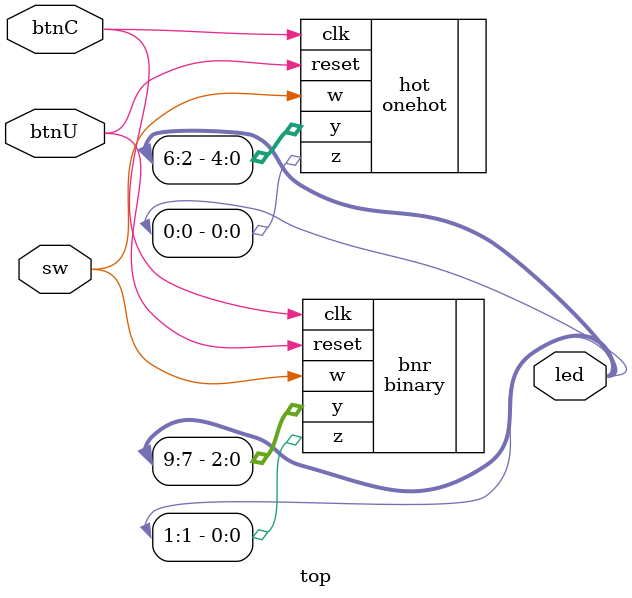
<source format=v>
module top(
    input sw, // w
    output [9:0] led, // see IO table
    input btnC, // clk
    input btnU // reset
);

    binary bnr(
        .w(sw),
        .clk(btnC),
        .z(led[1]),
        .reset(btnU),
        .y(led[9:7])
    );
    
    onehot hot(
        .w(sw),
        .clk(btnC),
        .reset(btnU),
        .z(led[0]),
        .y(led[6:2])
        );
    
    

endmodule
</source>
